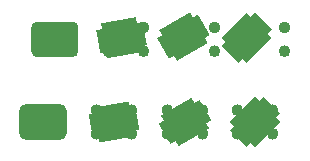
<source format=gbr>
G04 Generated by UcamX v2017.04-170404 on 2017.4.7*
G04 Ucamco copyright*
%FSLAX45Y45*%
%MOMM*%
G01*
G04 Create aperture macro*
%AMRECTROUNDCORNERS*
0 Rectangle with rounded corners*
0 $1 width *
0 $2 height *
0 $3 corner radius *
0 $4 flash origin X offset *
0 $5 flash origin Y offset *
0 $6 rotation angle *
0 Create two overlapping rectangles that omit the rounded corner areas*
20,1,$2-2x$3,$4-$1/2,$5,$4+$1/2,$5,$6*
20,1,$2,$4,$5-$2/2,$4,$5+$2/2,$6*
0 Add circles at the corners. *
1,1,2x$3,$4+$1/2-$3,$5+$2/2-$3,$6*
1,1,2x$3,$4-$1/2+$3,$5+$2/2-$3,$6*
1,1,2x$3,$4-$1/2+$3,$5-$2/2+$3,$6*
1,1,2x$3,$4+$1/2-$3,$5-$2/2+$3,$6*%
G04 Create aperture*
%ADD10RECTROUNDCORNERS,4X3X0.5X0X0X0*%
%ADD11RECTROUNDCORNERS,4X3X0.5X0X0X10*%
%ADD12RECTROUNDCORNERS,4X3X0.5X0X0X30*%
%ADD13RECTROUNDCORNERS,4X3X0.5X0X0X45*%
%ADD20RECTROUNDCORNERS,4X3X0.5X1.0X2.0X0*%
%ADD21RECTROUNDCORNERS,4X3X0.5X1.0X2.0X10*%
%ADD22RECTROUNDCORNERS,4X3X0.5X1.0X2.0X30*%
%ADD23RECTROUNDCORNERS,4X3X0.5X1.0X2.0X45*%
G04 Select aperture*
D10*
G04 Flash aperture*
X0Y0D03*
D11*
X600000Y0D03*
D12*
X1200000Y0D03*
D13*
X1800000Y0D03*
D20*
X0Y500000D03*
D21*
X600000Y500000D03*
D22*
X1200000Y500000D03*
D23*
X1800000Y500000D03*
M02*
</source>
